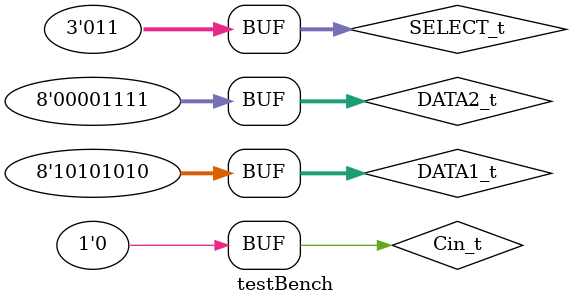
<source format=v>
/*
    Name            : De Silva K.R
    Index Number    : E/16/068
    Lab             : Lab 05 - part 1
*/

// imports ALU module
`include "ALU.v"

// test bench module
module testBench;
    reg [7:0] DATA1_t, DATA2_t; // 8 bit reg variables for inputs DATA1 and DATA2
    reg [2:0] SELECT_t;         // 3 bit reg variable for SELECT 
    reg Cin_t;                  // 1 bit carry-in 
    wire [7:0] RESULT_t;        // 8 bit variable for output RESULT
    wire Cout_t;                // 1 bit carry-out

    // creates an instance from ALU module
    ALU testALU(DATA1_t,DATA2_t,SELECT_t,Cin_t, RESULT_t, Cout_t);

    // initial block to print output and dump data for GTK Wave
    initial
    begin
        // for command line output
        $monitor($time, "Data1_t: %b, Data2_t: %b, Select_t: %b, Result_t: %b, Cin_t: %b, Cout_t: %b",DATA1_t,DATA2_t,SELECT_t,RESULT_t,Cin_t,Cout_t);
        // dumps data to visualize in GTK Wave
        $dumpfile("wavedata_alu.vcd");
        $dumpvars(0,testBench);
    end

    // initial block for testing
    initial
    begin
        
        Cin_t = 1'b0;               // Since there's no carry in this demonstration, Cin_t in is initially set to 0
                                    // if carry-in is needed, it can be added from here.

        // test for the FORWARD funtional unit
        SELECT_t = 3'b000;
        DATA1_t = 8'b11111111;      // initially DATA2_t is set to 11111111. It can be changed
        DATA2_t = 8'b00000001;      // initially DATA1_t is set to 00000001. It can be changed
                
        #10
        // test fot the ADD functional unit
        SELECT_t = 3'b001;
        DATA1_t = 8'b01010101;      // initially DATA2_t is set to 01010101. It can be changed
        DATA2_t = 8'b00000011;      // initially DATA1_t is set to 00000011. It can be changed

        #10
        // test for OR functional unit
        SELECT_t = 3'b010;
        DATA1_t = 8'b11011011;      // initially DATA2_t is set to 11011011. It can be changed
        DATA2_t = 8'b00000111;      // initially DATA1_t is set to 00000111. It can be changed

        #10
        // test for AND funtional unit
        SELECT_t = 3'b011;
        DATA1_t = 8'b10101010;      // initially DATA2_t is set to 10101010. It can be changed
        DATA2_t = 8'b00001111;      // initially DATA1_t is set to 00001111. It can be changed
    
    end

endmodule
</source>
